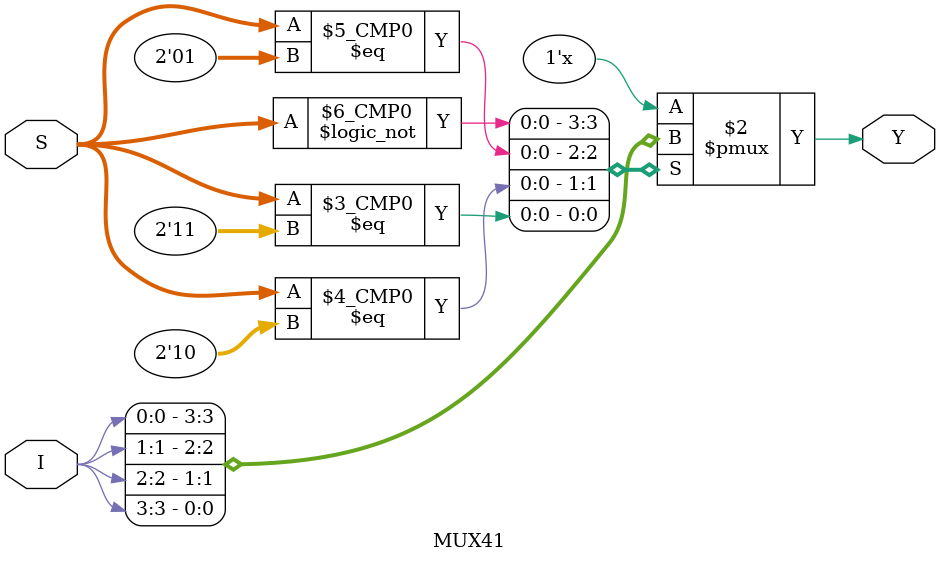
<source format=v>
`timescale 1ns / 1ps


module MUX41(Y, S,I);

input [1:0]S;
input [3:0]I;
output Y;
reg Y;

always@(S or I)
begin
    case(S)
        2'b00 : Y =  I[0];
        2'b01 : Y = I[1];
        2'b10 : Y = I[2];
        2'b11 : Y = I[3];
     endcase
end    
endmodule

</source>
